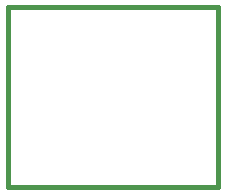
<source format=gbr>
G04 (created by PCBNEW-RS274X (2012-apr-16-27)-stable) date Sat 13 Sep 2014 01:38:15 PM PDT*
G01*
G70*
G90*
%MOIN*%
G04 Gerber Fmt 3.4, Leading zero omitted, Abs format*
%FSLAX34Y34*%
G04 APERTURE LIST*
%ADD10C,0.006000*%
%ADD11C,0.015000*%
G04 APERTURE END LIST*
G54D10*
G54D11*
X47000Y-40000D02*
X47000Y-46000D01*
X40000Y-46000D02*
X47000Y-46000D01*
X40000Y-40000D02*
X40000Y-46000D01*
X40000Y-40000D02*
X47000Y-40000D01*
M02*

</source>
